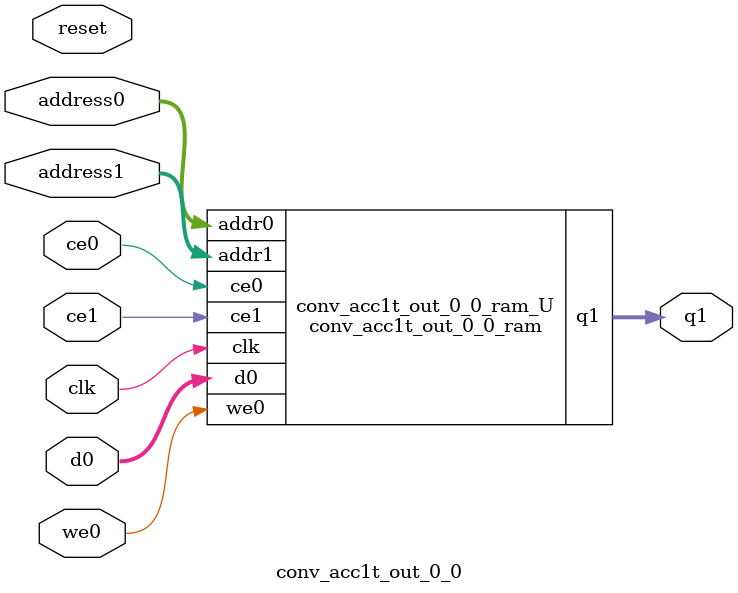
<source format=v>
`timescale 1 ns / 1 ps
module conv_acc1t_out_0_0_ram (addr0, ce0, d0, we0, addr1, ce1, q1,  clk);

parameter DWIDTH = 32;
parameter AWIDTH = 4;
parameter MEM_SIZE = 14;

input[AWIDTH-1:0] addr0;
input ce0;
input[DWIDTH-1:0] d0;
input we0;
input[AWIDTH-1:0] addr1;
input ce1;
output reg[DWIDTH-1:0] q1;
input clk;

reg [DWIDTH-1:0] ram[0:MEM_SIZE-1];




always @(posedge clk)  
begin 
    if (ce0) begin
        if (we0) 
            ram[addr0] <= d0; 
    end
end


always @(posedge clk)  
begin 
    if (ce1) begin
        q1 <= ram[addr1];
    end
end


endmodule

`timescale 1 ns / 1 ps
module conv_acc1t_out_0_0(
    reset,
    clk,
    address0,
    ce0,
    we0,
    d0,
    address1,
    ce1,
    q1);

parameter DataWidth = 32'd32;
parameter AddressRange = 32'd14;
parameter AddressWidth = 32'd4;
input reset;
input clk;
input[AddressWidth - 1:0] address0;
input ce0;
input we0;
input[DataWidth - 1:0] d0;
input[AddressWidth - 1:0] address1;
input ce1;
output[DataWidth - 1:0] q1;



conv_acc1t_out_0_0_ram conv_acc1t_out_0_0_ram_U(
    .clk( clk ),
    .addr0( address0 ),
    .ce0( ce0 ),
    .we0( we0 ),
    .d0( d0 ),
    .addr1( address1 ),
    .ce1( ce1 ),
    .q1( q1 ));

endmodule


</source>
